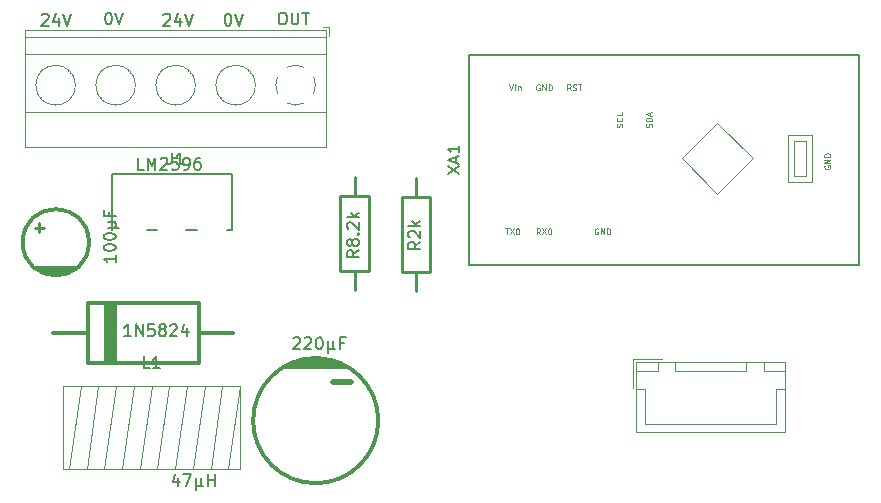
<source format=gbr>
%TF.GenerationSoftware,KiCad,Pcbnew,(5.1.9)-1*%
%TF.CreationDate,2023-03-18T11:39:19+01:00*%
%TF.ProjectId,Tachymetre,54616368-796d-4657-9472-652e6b696361,rev?*%
%TF.SameCoordinates,PX41cdb40PY7459280*%
%TF.FileFunction,Legend,Top*%
%TF.FilePolarity,Positive*%
%FSLAX46Y46*%
G04 Gerber Fmt 4.6, Leading zero omitted, Abs format (unit mm)*
G04 Created by KiCad (PCBNEW (5.1.9)-1) date 2023-03-18 11:39:19*
%MOMM*%
%LPD*%
G01*
G04 APERTURE LIST*
%ADD10C,0.150000*%
%ADD11C,0.120000*%
%ADD12C,0.304800*%
%ADD13C,0.127000*%
%ADD14C,0.250000*%
%ADD15C,0.254000*%
%ADD16C,0.500000*%
%ADD17C,0.075000*%
G04 APERTURE END LIST*
D10*
X23800000Y39947620D02*
X23990476Y39947620D01*
X24085714Y39900000D01*
X24180952Y39804762D01*
X24228571Y39614286D01*
X24228571Y39280953D01*
X24180952Y39090477D01*
X24085714Y38995239D01*
X23990476Y38947620D01*
X23800000Y38947620D01*
X23704761Y38995239D01*
X23609523Y39090477D01*
X23561904Y39280953D01*
X23561904Y39614286D01*
X23609523Y39804762D01*
X23704761Y39900000D01*
X23800000Y39947620D01*
X24657142Y39947620D02*
X24657142Y39138096D01*
X24704761Y39042858D01*
X24752380Y38995239D01*
X24847619Y38947620D01*
X25038095Y38947620D01*
X25133333Y38995239D01*
X25180952Y39042858D01*
X25228571Y39138096D01*
X25228571Y39947620D01*
X25561904Y39947620D02*
X26133333Y39947620D01*
X25847619Y38947620D02*
X25847619Y39947620D01*
X19223809Y39847620D02*
X19319047Y39847620D01*
X19414285Y39800000D01*
X19461904Y39752381D01*
X19509523Y39657143D01*
X19557142Y39466667D01*
X19557142Y39228572D01*
X19509523Y39038096D01*
X19461904Y38942858D01*
X19414285Y38895239D01*
X19319047Y38847620D01*
X19223809Y38847620D01*
X19128571Y38895239D01*
X19080952Y38942858D01*
X19033333Y39038096D01*
X18985714Y39228572D01*
X18985714Y39466667D01*
X19033333Y39657143D01*
X19080952Y39752381D01*
X19128571Y39800000D01*
X19223809Y39847620D01*
X19842857Y39847620D02*
X20176190Y38847620D01*
X20509523Y39847620D01*
X13809523Y39752381D02*
X13857142Y39800000D01*
X13952380Y39847620D01*
X14190476Y39847620D01*
X14285714Y39800000D01*
X14333333Y39752381D01*
X14380952Y39657143D01*
X14380952Y39561905D01*
X14333333Y39419048D01*
X13761904Y38847620D01*
X14380952Y38847620D01*
X15238095Y39514286D02*
X15238095Y38847620D01*
X15000000Y39895239D02*
X14761904Y39180953D01*
X15380952Y39180953D01*
X15619047Y39847620D02*
X15952380Y38847620D01*
X16285714Y39847620D01*
X9123809Y39947620D02*
X9219047Y39947620D01*
X9314285Y39900000D01*
X9361904Y39852381D01*
X9409523Y39757143D01*
X9457142Y39566667D01*
X9457142Y39328572D01*
X9409523Y39138096D01*
X9361904Y39042858D01*
X9314285Y38995239D01*
X9219047Y38947620D01*
X9123809Y38947620D01*
X9028571Y38995239D01*
X8980952Y39042858D01*
X8933333Y39138096D01*
X8885714Y39328572D01*
X8885714Y39566667D01*
X8933333Y39757143D01*
X8980952Y39852381D01*
X9028571Y39900000D01*
X9123809Y39947620D01*
X9742857Y39947620D02*
X10076190Y38947620D01*
X10409523Y39947620D01*
X3509523Y39752381D02*
X3557142Y39800000D01*
X3652380Y39847620D01*
X3890476Y39847620D01*
X3985714Y39800000D01*
X4033333Y39752381D01*
X4080952Y39657143D01*
X4080952Y39561905D01*
X4033333Y39419048D01*
X3461904Y38847620D01*
X4080952Y38847620D01*
X4938095Y39514286D02*
X4938095Y38847620D01*
X4700000Y39895239D02*
X4461904Y39180953D01*
X5080952Y39180953D01*
X5319047Y39847620D02*
X5652380Y38847620D01*
X5985714Y39847620D01*
%TO.C,XA1*%
X72700000Y36380000D02*
X72700000Y18600000D01*
X39680000Y36380000D02*
X72700000Y36380000D01*
X39680000Y18600000D02*
X39680000Y36380000D01*
X72700000Y18600000D02*
X39680000Y18600000D01*
D11*
X68700000Y25600000D02*
X66700000Y25600000D01*
X68700000Y29600000D02*
X66700000Y29600000D01*
X66700000Y25600000D02*
X66700000Y29600000D01*
X66700000Y29600000D02*
X68700000Y29600000D01*
X68700000Y29600000D02*
X68700000Y25600000D01*
X67200000Y26100000D02*
X67200000Y29100000D01*
X67200000Y29100000D02*
X68200000Y29100000D01*
X68200000Y29100000D02*
X68200000Y26100000D01*
X68200000Y26100000D02*
X67200000Y26100000D01*
X57700000Y27600000D02*
X60700000Y24600000D01*
X60700000Y24600000D02*
X63700000Y27600000D01*
X63700000Y27600000D02*
X60700000Y30600000D01*
X60700000Y30600000D02*
X57700000Y27600000D01*
%TO.C,J3*%
X53850000Y10350000D02*
X53850000Y4400000D01*
X53850000Y4400000D02*
X66450000Y4400000D01*
X66450000Y4400000D02*
X66450000Y10350000D01*
X66450000Y10350000D02*
X53850000Y10350000D01*
X57150000Y10350000D02*
X57150000Y9600000D01*
X57150000Y9600000D02*
X63150000Y9600000D01*
X63150000Y9600000D02*
X63150000Y10350000D01*
X63150000Y10350000D02*
X57150000Y10350000D01*
X53850000Y10350000D02*
X53850000Y9600000D01*
X53850000Y9600000D02*
X55650000Y9600000D01*
X55650000Y9600000D02*
X55650000Y10350000D01*
X55650000Y10350000D02*
X53850000Y10350000D01*
X64650000Y10350000D02*
X64650000Y9600000D01*
X64650000Y9600000D02*
X66450000Y9600000D01*
X66450000Y9600000D02*
X66450000Y10350000D01*
X66450000Y10350000D02*
X64650000Y10350000D01*
X53850000Y8100000D02*
X54600000Y8100000D01*
X54600000Y8100000D02*
X54600000Y5150000D01*
X54600000Y5150000D02*
X60150000Y5150000D01*
X66450000Y8100000D02*
X65700000Y8100000D01*
X65700000Y8100000D02*
X65700000Y5150000D01*
X65700000Y5150000D02*
X60150000Y5150000D01*
X56050000Y10650000D02*
X53550000Y10650000D01*
X53550000Y10650000D02*
X53550000Y8150000D01*
D12*
%TO.C,D1*%
X9687000Y15340000D02*
X9687000Y10260000D01*
X9433000Y10260000D02*
X9433000Y15340000D01*
X9179000Y15340000D02*
X9179000Y10260000D01*
X8925000Y10260000D02*
X8925000Y15340000D01*
X4480000Y12800000D02*
X7401000Y12800000D01*
X19720000Y12800000D02*
X16799000Y12800000D01*
X16799000Y15340000D02*
X16799000Y10260000D01*
X16799000Y10260000D02*
X7401000Y10260000D01*
X7401000Y10260000D02*
X7401000Y15340000D01*
X7401000Y15340000D02*
X16799000Y15340000D01*
D11*
%TO.C,J1*%
X27840000Y38700000D02*
X27340000Y38700000D01*
X27840000Y37960000D02*
X27840000Y38700000D01*
X5907000Y34823000D02*
X5954000Y34869000D01*
X3610000Y32525000D02*
X3645000Y32561000D01*
X5714000Y35039000D02*
X5749000Y35074000D01*
X3405000Y32731000D02*
X3452000Y32777000D01*
X10987000Y34823000D02*
X11034000Y34869000D01*
X8690000Y32525000D02*
X8725000Y32561000D01*
X10794000Y35039000D02*
X10829000Y35074000D01*
X8485000Y32731000D02*
X8532000Y32777000D01*
X16067000Y34823000D02*
X16114000Y34869000D01*
X13770000Y32525000D02*
X13805000Y32561000D01*
X15874000Y35039000D02*
X15909000Y35074000D01*
X13565000Y32731000D02*
X13612000Y32777000D01*
X21147000Y34823000D02*
X21194000Y34869000D01*
X18850000Y32525000D02*
X18885000Y32561000D01*
X20954000Y35039000D02*
X20989000Y35074000D01*
X18645000Y32731000D02*
X18692000Y32777000D01*
X2080000Y28539000D02*
X2080000Y38460000D01*
X27600000Y28539000D02*
X27600000Y38460000D01*
X27600000Y38460000D02*
X2080000Y38460000D01*
X27600000Y28539000D02*
X2080000Y28539000D01*
X27600000Y31499000D02*
X2080000Y31499000D01*
X27600000Y36400000D02*
X2080000Y36400000D01*
X27600000Y37900000D02*
X2080000Y37900000D01*
X6360000Y33800000D02*
G75*
G03*
X6360000Y33800000I-1680000J0D01*
G01*
X11440000Y33800000D02*
G75*
G03*
X11440000Y33800000I-1680000J0D01*
G01*
X16520000Y33800000D02*
G75*
G03*
X16520000Y33800000I-1680000J0D01*
G01*
X21600000Y33800000D02*
G75*
G03*
X21600000Y33800000I-1680000J0D01*
G01*
X24971195Y35480253D02*
G75*
G02*
X25684000Y35335000I28805J-1680253D01*
G01*
X26535426Y34483042D02*
G75*
G02*
X26535000Y33116000I-1535426J-683042D01*
G01*
X25683042Y32264574D02*
G75*
G02*
X24316000Y32265000I-683042J1535426D01*
G01*
X23464574Y33116958D02*
G75*
G02*
X23465000Y34484000I1535426J683042D01*
G01*
X24316682Y35334756D02*
G75*
G02*
X25000000Y35480000I683318J-1534756D01*
G01*
D13*
%TO.C,VR1*%
X12429000Y21580000D02*
X13240000Y21580000D01*
X15760000Y21580000D02*
X16640000Y21580000D01*
X19160000Y21580000D02*
X19580000Y21580000D01*
X9420000Y26280000D02*
X19580000Y26280000D01*
X9420000Y26280000D02*
X9420000Y21580000D01*
X19580000Y26280000D02*
X19580000Y21580000D01*
D11*
%TO.C,L1*%
X5300000Y1300000D02*
X5300000Y8300000D01*
X20300000Y1300000D02*
X5300000Y1300000D01*
X20300000Y8300000D02*
X20300000Y1300000D01*
X5300000Y8300000D02*
X20300000Y8300000D01*
X5800000Y1300000D02*
X6800000Y8300000D01*
X6800000Y8300000D02*
X8300000Y8300000D01*
X8300000Y8300000D02*
X7300000Y1300000D01*
X7300000Y1300000D02*
X8800000Y1300000D01*
X8800000Y1300000D02*
X9800000Y8300000D01*
X9800000Y8300000D02*
X11300000Y8300000D01*
X11300000Y8300000D02*
X10300000Y1300000D01*
X10300000Y1300000D02*
X11800000Y1300000D01*
X11800000Y1300000D02*
X12800000Y8300000D01*
X12800000Y8300000D02*
X14300000Y8300000D01*
X14300000Y8300000D02*
X13300000Y1300000D01*
X13300000Y1300000D02*
X14300000Y1300000D01*
X14300000Y1300000D02*
X14800000Y1300000D01*
X14800000Y1300000D02*
X15800000Y8300000D01*
X15800000Y8300000D02*
X17300000Y8300000D01*
X17300000Y8300000D02*
X16300000Y1300000D01*
X16300000Y1300000D02*
X17800000Y1300000D01*
X17800000Y1300000D02*
X18800000Y8300000D01*
X18800000Y8300000D02*
X20300000Y8300000D01*
X20300000Y8300000D02*
X19300000Y1300000D01*
D14*
%TO.C,R101*%
X28800000Y24400000D02*
X31200000Y24400000D01*
X28800000Y18100000D02*
X28800000Y24400000D01*
X31200000Y18100000D02*
X28800000Y18100000D01*
X31200000Y24400000D02*
X31200000Y18100000D01*
D15*
X30000000Y26051000D02*
X30000000Y24400000D01*
X30000000Y16449000D02*
X30000000Y18100000D01*
%TO.C,R100*%
X35200000Y25951000D02*
X35200000Y24300000D01*
X35200000Y16349000D02*
X35200000Y18000000D01*
D14*
X34000000Y18000000D02*
X34000000Y24300000D01*
X34000000Y24300000D02*
X36400000Y24300000D01*
X36400000Y24300000D02*
X36400000Y18000000D01*
X36400000Y18000000D02*
X34000000Y18000000D01*
D12*
%TO.C,C1*%
X5500000Y17900000D02*
X3900000Y17900000D01*
X6000000Y18100000D02*
X3400000Y18100000D01*
X6400000Y18300000D02*
X3000000Y18300000D01*
X7500000Y20500000D02*
G75*
G03*
X7500000Y20500000I-2800000J0D01*
G01*
D16*
%TO.C,C2*%
X28200000Y8650000D02*
X29700000Y8650000D01*
D12*
X32000000Y5400000D02*
G75*
G03*
X32000000Y5400000I-5300000J0D01*
G01*
X25400000Y10500000D02*
X28000000Y10500000D01*
X28600000Y10300000D02*
X24800000Y10300000D01*
X29000000Y10100000D02*
X24400000Y10100000D01*
X24000000Y9900000D02*
X29400000Y9900000D01*
%TO.C,XA1*%
D10*
X37862380Y26251905D02*
X38862380Y26918572D01*
X37862380Y26918572D02*
X38862380Y26251905D01*
X38576666Y27251905D02*
X38576666Y27728096D01*
X38862380Y27156667D02*
X37862380Y27490000D01*
X38862380Y27823334D01*
X38862380Y28680477D02*
X38862380Y28109048D01*
X38862380Y28394762D02*
X37862380Y28394762D01*
X38005238Y28299524D01*
X38100476Y28204286D01*
X38148095Y28109048D01*
D17*
X52652380Y30254762D02*
X52676190Y30326191D01*
X52676190Y30445239D01*
X52652380Y30492858D01*
X52628571Y30516667D01*
X52580952Y30540477D01*
X52533333Y30540477D01*
X52485714Y30516667D01*
X52461904Y30492858D01*
X52438095Y30445239D01*
X52414285Y30350000D01*
X52390476Y30302381D01*
X52366666Y30278572D01*
X52319047Y30254762D01*
X52271428Y30254762D01*
X52223809Y30278572D01*
X52200000Y30302381D01*
X52176190Y30350000D01*
X52176190Y30469048D01*
X52200000Y30540477D01*
X52628571Y31040477D02*
X52652380Y31016667D01*
X52676190Y30945239D01*
X52676190Y30897620D01*
X52652380Y30826191D01*
X52604761Y30778572D01*
X52557142Y30754762D01*
X52461904Y30730953D01*
X52390476Y30730953D01*
X52295238Y30754762D01*
X52247619Y30778572D01*
X52200000Y30826191D01*
X52176190Y30897620D01*
X52176190Y30945239D01*
X52200000Y31016667D01*
X52223809Y31040477D01*
X52676190Y31492858D02*
X52676190Y31254762D01*
X52176190Y31254762D01*
X55152380Y30242858D02*
X55176190Y30314286D01*
X55176190Y30433334D01*
X55152380Y30480953D01*
X55128571Y30504762D01*
X55080952Y30528572D01*
X55033333Y30528572D01*
X54985714Y30504762D01*
X54961904Y30480953D01*
X54938095Y30433334D01*
X54914285Y30338096D01*
X54890476Y30290477D01*
X54866666Y30266667D01*
X54819047Y30242858D01*
X54771428Y30242858D01*
X54723809Y30266667D01*
X54700000Y30290477D01*
X54676190Y30338096D01*
X54676190Y30457143D01*
X54700000Y30528572D01*
X55176190Y30742858D02*
X54676190Y30742858D01*
X54676190Y30861905D01*
X54700000Y30933334D01*
X54747619Y30980953D01*
X54795238Y31004762D01*
X54890476Y31028572D01*
X54961904Y31028572D01*
X55057142Y31004762D01*
X55104761Y30980953D01*
X55152380Y30933334D01*
X55176190Y30861905D01*
X55176190Y30742858D01*
X55033333Y31219048D02*
X55033333Y31457143D01*
X55176190Y31171429D02*
X54676190Y31338096D01*
X55176190Y31504762D01*
X50602047Y21644000D02*
X50554428Y21667810D01*
X50483000Y21667810D01*
X50411571Y21644000D01*
X50363952Y21596381D01*
X50340142Y21548762D01*
X50316333Y21453524D01*
X50316333Y21382096D01*
X50340142Y21286858D01*
X50363952Y21239239D01*
X50411571Y21191620D01*
X50483000Y21167810D01*
X50530619Y21167810D01*
X50602047Y21191620D01*
X50625857Y21215429D01*
X50625857Y21382096D01*
X50530619Y21382096D01*
X50840142Y21167810D02*
X50840142Y21667810D01*
X51125857Y21167810D01*
X51125857Y21667810D01*
X51363952Y21167810D02*
X51363952Y21667810D01*
X51483000Y21667810D01*
X51554428Y21644000D01*
X51602047Y21596381D01*
X51625857Y21548762D01*
X51649666Y21453524D01*
X51649666Y21382096D01*
X51625857Y21286858D01*
X51602047Y21239239D01*
X51554428Y21191620D01*
X51483000Y21167810D01*
X51363952Y21167810D01*
X43105095Y33859810D02*
X43271761Y33359810D01*
X43438428Y33859810D01*
X43605095Y33359810D02*
X43605095Y33693143D01*
X43605095Y33859810D02*
X43581285Y33836000D01*
X43605095Y33812191D01*
X43628904Y33836000D01*
X43605095Y33859810D01*
X43605095Y33812191D01*
X43843190Y33693143D02*
X43843190Y33359810D01*
X43843190Y33645524D02*
X43867000Y33669334D01*
X43914619Y33693143D01*
X43986047Y33693143D01*
X44033666Y33669334D01*
X44057476Y33621715D01*
X44057476Y33359810D01*
X45708571Y21167810D02*
X45541904Y21405905D01*
X45422857Y21167810D02*
X45422857Y21667810D01*
X45613333Y21667810D01*
X45660952Y21644000D01*
X45684761Y21620191D01*
X45708571Y21572572D01*
X45708571Y21501143D01*
X45684761Y21453524D01*
X45660952Y21429715D01*
X45613333Y21405905D01*
X45422857Y21405905D01*
X45875238Y21667810D02*
X46208571Y21167810D01*
X46208571Y21667810D02*
X45875238Y21167810D01*
X46494285Y21667810D02*
X46541904Y21667810D01*
X46589523Y21644000D01*
X46613333Y21620191D01*
X46637142Y21572572D01*
X46660952Y21477334D01*
X46660952Y21358286D01*
X46637142Y21263048D01*
X46613333Y21215429D01*
X46589523Y21191620D01*
X46541904Y21167810D01*
X46494285Y21167810D01*
X46446666Y21191620D01*
X46422857Y21215429D01*
X46399047Y21263048D01*
X46375238Y21358286D01*
X46375238Y21477334D01*
X46399047Y21572572D01*
X46422857Y21620191D01*
X46446666Y21644000D01*
X46494285Y21667810D01*
X42743952Y21667810D02*
X43029666Y21667810D01*
X42886809Y21167810D02*
X42886809Y21667810D01*
X43148714Y21667810D02*
X43482047Y21167810D01*
X43482047Y21667810D02*
X43148714Y21167810D01*
X43767761Y21667810D02*
X43815380Y21667810D01*
X43863000Y21644000D01*
X43886809Y21620191D01*
X43910619Y21572572D01*
X43934428Y21477334D01*
X43934428Y21358286D01*
X43910619Y21263048D01*
X43886809Y21215429D01*
X43863000Y21191620D01*
X43815380Y21167810D01*
X43767761Y21167810D01*
X43720142Y21191620D01*
X43696333Y21215429D01*
X43672523Y21263048D01*
X43648714Y21358286D01*
X43648714Y21477334D01*
X43672523Y21572572D01*
X43696333Y21620191D01*
X43720142Y21644000D01*
X43767761Y21667810D01*
X69783000Y26982048D02*
X69759190Y26934429D01*
X69759190Y26863000D01*
X69783000Y26791572D01*
X69830619Y26743953D01*
X69878238Y26720143D01*
X69973476Y26696334D01*
X70044904Y26696334D01*
X70140142Y26720143D01*
X70187761Y26743953D01*
X70235380Y26791572D01*
X70259190Y26863000D01*
X70259190Y26910620D01*
X70235380Y26982048D01*
X70211571Y27005858D01*
X70044904Y27005858D01*
X70044904Y26910620D01*
X70259190Y27220143D02*
X69759190Y27220143D01*
X70259190Y27505858D01*
X69759190Y27505858D01*
X70259190Y27743953D02*
X69759190Y27743953D01*
X69759190Y27863000D01*
X69783000Y27934429D01*
X69830619Y27982048D01*
X69878238Y28005858D01*
X69973476Y28029667D01*
X70044904Y28029667D01*
X70140142Y28005858D01*
X70187761Y27982048D01*
X70235380Y27934429D01*
X70259190Y27863000D01*
X70259190Y27743953D01*
X45649047Y33836000D02*
X45601428Y33859810D01*
X45530000Y33859810D01*
X45458571Y33836000D01*
X45410952Y33788381D01*
X45387142Y33740762D01*
X45363333Y33645524D01*
X45363333Y33574096D01*
X45387142Y33478858D01*
X45410952Y33431239D01*
X45458571Y33383620D01*
X45530000Y33359810D01*
X45577619Y33359810D01*
X45649047Y33383620D01*
X45672857Y33407429D01*
X45672857Y33574096D01*
X45577619Y33574096D01*
X45887142Y33359810D02*
X45887142Y33859810D01*
X46172857Y33359810D01*
X46172857Y33859810D01*
X46410952Y33359810D02*
X46410952Y33859810D01*
X46530000Y33859810D01*
X46601428Y33836000D01*
X46649047Y33788381D01*
X46672857Y33740762D01*
X46696666Y33645524D01*
X46696666Y33574096D01*
X46672857Y33478858D01*
X46649047Y33431239D01*
X46601428Y33383620D01*
X46530000Y33359810D01*
X46410952Y33359810D01*
X48296190Y33359810D02*
X48129523Y33597905D01*
X48010476Y33359810D02*
X48010476Y33859810D01*
X48200952Y33859810D01*
X48248571Y33836000D01*
X48272380Y33812191D01*
X48296190Y33764572D01*
X48296190Y33693143D01*
X48272380Y33645524D01*
X48248571Y33621715D01*
X48200952Y33597905D01*
X48010476Y33597905D01*
X48486666Y33383620D02*
X48558095Y33359810D01*
X48677142Y33359810D01*
X48724761Y33383620D01*
X48748571Y33407429D01*
X48772380Y33455048D01*
X48772380Y33502667D01*
X48748571Y33550286D01*
X48724761Y33574096D01*
X48677142Y33597905D01*
X48581904Y33621715D01*
X48534285Y33645524D01*
X48510476Y33669334D01*
X48486666Y33716953D01*
X48486666Y33764572D01*
X48510476Y33812191D01*
X48534285Y33836000D01*
X48581904Y33859810D01*
X48700952Y33859810D01*
X48772380Y33836000D01*
X48915238Y33859810D02*
X49200952Y33859810D01*
X49058095Y33359810D02*
X49058095Y33859810D01*
%TO.C,D1*%
D10*
X11057142Y12547620D02*
X10485714Y12547620D01*
X10771428Y12547620D02*
X10771428Y13547620D01*
X10676190Y13404762D01*
X10580952Y13309524D01*
X10485714Y13261905D01*
X11485714Y12547620D02*
X11485714Y13547620D01*
X12057142Y12547620D01*
X12057142Y13547620D01*
X13009523Y13547620D02*
X12533333Y13547620D01*
X12485714Y13071429D01*
X12533333Y13119048D01*
X12628571Y13166667D01*
X12866666Y13166667D01*
X12961904Y13119048D01*
X13009523Y13071429D01*
X13057142Y12976191D01*
X13057142Y12738096D01*
X13009523Y12642858D01*
X12961904Y12595239D01*
X12866666Y12547620D01*
X12628571Y12547620D01*
X12533333Y12595239D01*
X12485714Y12642858D01*
X13628571Y13119048D02*
X13533333Y13166667D01*
X13485714Y13214286D01*
X13438095Y13309524D01*
X13438095Y13357143D01*
X13485714Y13452381D01*
X13533333Y13500000D01*
X13628571Y13547620D01*
X13819047Y13547620D01*
X13914285Y13500000D01*
X13961904Y13452381D01*
X14009523Y13357143D01*
X14009523Y13309524D01*
X13961904Y13214286D01*
X13914285Y13166667D01*
X13819047Y13119048D01*
X13628571Y13119048D01*
X13533333Y13071429D01*
X13485714Y13023810D01*
X13438095Y12928572D01*
X13438095Y12738096D01*
X13485714Y12642858D01*
X13533333Y12595239D01*
X13628571Y12547620D01*
X13819047Y12547620D01*
X13914285Y12595239D01*
X13961904Y12642858D01*
X14009523Y12738096D01*
X14009523Y12928572D01*
X13961904Y13023810D01*
X13914285Y13071429D01*
X13819047Y13119048D01*
X14390476Y13452381D02*
X14438095Y13500000D01*
X14533333Y13547620D01*
X14771428Y13547620D01*
X14866666Y13500000D01*
X14914285Y13452381D01*
X14961904Y13357143D01*
X14961904Y13261905D01*
X14914285Y13119048D01*
X14342857Y12547620D01*
X14961904Y12547620D01*
X15819047Y13214286D02*
X15819047Y12547620D01*
X15580952Y13595239D02*
X15342857Y12880953D01*
X15961904Y12880953D01*
%TO.C,J1*%
X14506666Y28087620D02*
X14506666Y27373334D01*
X14459047Y27230477D01*
X14363809Y27135239D01*
X14220952Y27087620D01*
X14125714Y27087620D01*
X15506666Y27087620D02*
X14935238Y27087620D01*
X15220952Y27087620D02*
X15220952Y28087620D01*
X15125714Y27944762D01*
X15030476Y27849524D01*
X14935238Y27801905D01*
%TO.C,VR1*%
X12133333Y26647620D02*
X11657142Y26647620D01*
X11657142Y27647620D01*
X12466666Y26647620D02*
X12466666Y27647620D01*
X12800000Y26933334D01*
X13133333Y27647620D01*
X13133333Y26647620D01*
X13561904Y27552381D02*
X13609523Y27600000D01*
X13704761Y27647620D01*
X13942857Y27647620D01*
X14038095Y27600000D01*
X14085714Y27552381D01*
X14133333Y27457143D01*
X14133333Y27361905D01*
X14085714Y27219048D01*
X13514285Y26647620D01*
X14133333Y26647620D01*
X15038095Y27647620D02*
X14561904Y27647620D01*
X14514285Y27171429D01*
X14561904Y27219048D01*
X14657142Y27266667D01*
X14895238Y27266667D01*
X14990476Y27219048D01*
X15038095Y27171429D01*
X15085714Y27076191D01*
X15085714Y26838096D01*
X15038095Y26742858D01*
X14990476Y26695239D01*
X14895238Y26647620D01*
X14657142Y26647620D01*
X14561904Y26695239D01*
X14514285Y26742858D01*
X15561904Y26647620D02*
X15752380Y26647620D01*
X15847619Y26695239D01*
X15895238Y26742858D01*
X15990476Y26885715D01*
X16038095Y27076191D01*
X16038095Y27457143D01*
X15990476Y27552381D01*
X15942857Y27600000D01*
X15847619Y27647620D01*
X15657142Y27647620D01*
X15561904Y27600000D01*
X15514285Y27552381D01*
X15466666Y27457143D01*
X15466666Y27219048D01*
X15514285Y27123810D01*
X15561904Y27076191D01*
X15657142Y27028572D01*
X15847619Y27028572D01*
X15942857Y27076191D01*
X15990476Y27123810D01*
X16038095Y27219048D01*
X16895238Y27647620D02*
X16704761Y27647620D01*
X16609523Y27600000D01*
X16561904Y27552381D01*
X16466666Y27409524D01*
X16419047Y27219048D01*
X16419047Y26838096D01*
X16466666Y26742858D01*
X16514285Y26695239D01*
X16609523Y26647620D01*
X16800000Y26647620D01*
X16895238Y26695239D01*
X16942857Y26742858D01*
X16990476Y26838096D01*
X16990476Y27076191D01*
X16942857Y27171429D01*
X16895238Y27219048D01*
X16800000Y27266667D01*
X16609523Y27266667D01*
X16514285Y27219048D01*
X16466666Y27171429D01*
X16419047Y27076191D01*
%TO.C,L1*%
X12633333Y9847620D02*
X12157142Y9847620D01*
X12157142Y10847620D01*
X13490476Y9847620D02*
X12919047Y9847620D01*
X13204761Y9847620D02*
X13204761Y10847620D01*
X13109523Y10704762D01*
X13014285Y10609524D01*
X12919047Y10561905D01*
X15066666Y514286D02*
X15066666Y-152380D01*
X14828571Y895239D02*
X14590476Y180953D01*
X15209523Y180953D01*
X15495238Y847620D02*
X16161904Y847620D01*
X15733333Y-152380D01*
X16542857Y514286D02*
X16542857Y-485714D01*
X17019047Y-9523D02*
X17066666Y-104761D01*
X17161904Y-152380D01*
X16542857Y-9523D02*
X16590476Y-104761D01*
X16685714Y-152380D01*
X16876190Y-152380D01*
X16971428Y-104761D01*
X17019047Y-9523D01*
X17019047Y514286D01*
X17590476Y-152380D02*
X17590476Y847620D01*
X17590476Y371429D02*
X18161904Y371429D01*
X18161904Y-152380D02*
X18161904Y847620D01*
%TO.C,R101*%
X30352380Y19814286D02*
X29876190Y19480953D01*
X30352380Y19242858D02*
X29352380Y19242858D01*
X29352380Y19623810D01*
X29400000Y19719048D01*
X29447619Y19766667D01*
X29542857Y19814286D01*
X29685714Y19814286D01*
X29780952Y19766667D01*
X29828571Y19719048D01*
X29876190Y19623810D01*
X29876190Y19242858D01*
X29780952Y20385715D02*
X29733333Y20290477D01*
X29685714Y20242858D01*
X29590476Y20195239D01*
X29542857Y20195239D01*
X29447619Y20242858D01*
X29400000Y20290477D01*
X29352380Y20385715D01*
X29352380Y20576191D01*
X29400000Y20671429D01*
X29447619Y20719048D01*
X29542857Y20766667D01*
X29590476Y20766667D01*
X29685714Y20719048D01*
X29733333Y20671429D01*
X29780952Y20576191D01*
X29780952Y20385715D01*
X29828571Y20290477D01*
X29876190Y20242858D01*
X29971428Y20195239D01*
X30161904Y20195239D01*
X30257142Y20242858D01*
X30304761Y20290477D01*
X30352380Y20385715D01*
X30352380Y20576191D01*
X30304761Y20671429D01*
X30257142Y20719048D01*
X30161904Y20766667D01*
X29971428Y20766667D01*
X29876190Y20719048D01*
X29828571Y20671429D01*
X29780952Y20576191D01*
X30257142Y21195239D02*
X30304761Y21242858D01*
X30352380Y21195239D01*
X30304761Y21147620D01*
X30257142Y21195239D01*
X30352380Y21195239D01*
X29447619Y21623810D02*
X29400000Y21671429D01*
X29352380Y21766667D01*
X29352380Y22004762D01*
X29400000Y22100000D01*
X29447619Y22147620D01*
X29542857Y22195239D01*
X29638095Y22195239D01*
X29780952Y22147620D01*
X30352380Y21576191D01*
X30352380Y22195239D01*
X30352380Y22623810D02*
X29352380Y22623810D01*
X29971428Y22719048D02*
X30352380Y23004762D01*
X29685714Y23004762D02*
X30066666Y22623810D01*
%TO.C,R100*%
X35552380Y20528572D02*
X35076190Y20195239D01*
X35552380Y19957143D02*
X34552380Y19957143D01*
X34552380Y20338096D01*
X34600000Y20433334D01*
X34647619Y20480953D01*
X34742857Y20528572D01*
X34885714Y20528572D01*
X34980952Y20480953D01*
X35028571Y20433334D01*
X35076190Y20338096D01*
X35076190Y19957143D01*
X34647619Y20909524D02*
X34600000Y20957143D01*
X34552380Y21052381D01*
X34552380Y21290477D01*
X34600000Y21385715D01*
X34647619Y21433334D01*
X34742857Y21480953D01*
X34838095Y21480953D01*
X34980952Y21433334D01*
X35552380Y20861905D01*
X35552380Y21480953D01*
X35552380Y21909524D02*
X34552380Y21909524D01*
X35171428Y22004762D02*
X35552380Y22290477D01*
X34885714Y22290477D02*
X35266666Y21909524D01*
%TO.C,C1*%
X9752380Y19380953D02*
X9752380Y18809524D01*
X9752380Y19095239D02*
X8752380Y19095239D01*
X8895238Y19000000D01*
X8990476Y18904762D01*
X9038095Y18809524D01*
X8752380Y20000000D02*
X8752380Y20095239D01*
X8800000Y20190477D01*
X8847619Y20238096D01*
X8942857Y20285715D01*
X9133333Y20333334D01*
X9371428Y20333334D01*
X9561904Y20285715D01*
X9657142Y20238096D01*
X9704761Y20190477D01*
X9752380Y20095239D01*
X9752380Y20000000D01*
X9704761Y19904762D01*
X9657142Y19857143D01*
X9561904Y19809524D01*
X9371428Y19761905D01*
X9133333Y19761905D01*
X8942857Y19809524D01*
X8847619Y19857143D01*
X8800000Y19904762D01*
X8752380Y20000000D01*
X8752380Y20952381D02*
X8752380Y21047620D01*
X8800000Y21142858D01*
X8847619Y21190477D01*
X8942857Y21238096D01*
X9133333Y21285715D01*
X9371428Y21285715D01*
X9561904Y21238096D01*
X9657142Y21190477D01*
X9704761Y21142858D01*
X9752380Y21047620D01*
X9752380Y20952381D01*
X9704761Y20857143D01*
X9657142Y20809524D01*
X9561904Y20761905D01*
X9371428Y20714286D01*
X9133333Y20714286D01*
X8942857Y20761905D01*
X8847619Y20809524D01*
X8800000Y20857143D01*
X8752380Y20952381D01*
X9085714Y21714286D02*
X10085714Y21714286D01*
X9609523Y22190477D02*
X9704761Y22238096D01*
X9752380Y22333334D01*
X9609523Y21714286D02*
X9704761Y21761905D01*
X9752380Y21857143D01*
X9752380Y22047620D01*
X9704761Y22142858D01*
X9609523Y22190477D01*
X9085714Y22190477D01*
X9228571Y23095239D02*
X9228571Y22761905D01*
X9752380Y22761905D02*
X8752380Y22761905D01*
X8752380Y23238096D01*
D14*
X2919047Y21728572D02*
X3680952Y21728572D01*
X3300000Y21347620D02*
X3300000Y22109524D01*
%TO.C,C2*%
D10*
X24809523Y12352381D02*
X24857142Y12400000D01*
X24952380Y12447620D01*
X25190476Y12447620D01*
X25285714Y12400000D01*
X25333333Y12352381D01*
X25380952Y12257143D01*
X25380952Y12161905D01*
X25333333Y12019048D01*
X24761904Y11447620D01*
X25380952Y11447620D01*
X25761904Y12352381D02*
X25809523Y12400000D01*
X25904761Y12447620D01*
X26142857Y12447620D01*
X26238095Y12400000D01*
X26285714Y12352381D01*
X26333333Y12257143D01*
X26333333Y12161905D01*
X26285714Y12019048D01*
X25714285Y11447620D01*
X26333333Y11447620D01*
X26952380Y12447620D02*
X27047619Y12447620D01*
X27142857Y12400000D01*
X27190476Y12352381D01*
X27238095Y12257143D01*
X27285714Y12066667D01*
X27285714Y11828572D01*
X27238095Y11638096D01*
X27190476Y11542858D01*
X27142857Y11495239D01*
X27047619Y11447620D01*
X26952380Y11447620D01*
X26857142Y11495239D01*
X26809523Y11542858D01*
X26761904Y11638096D01*
X26714285Y11828572D01*
X26714285Y12066667D01*
X26761904Y12257143D01*
X26809523Y12352381D01*
X26857142Y12400000D01*
X26952380Y12447620D01*
X27714285Y12114286D02*
X27714285Y11114286D01*
X28190476Y11590477D02*
X28238095Y11495239D01*
X28333333Y11447620D01*
X27714285Y11590477D02*
X27761904Y11495239D01*
X27857142Y11447620D01*
X28047619Y11447620D01*
X28142857Y11495239D01*
X28190476Y11590477D01*
X28190476Y12114286D01*
X29095238Y11971429D02*
X28761904Y11971429D01*
X28761904Y11447620D02*
X28761904Y12447620D01*
X29238095Y12447620D01*
%TD*%
M02*

</source>
